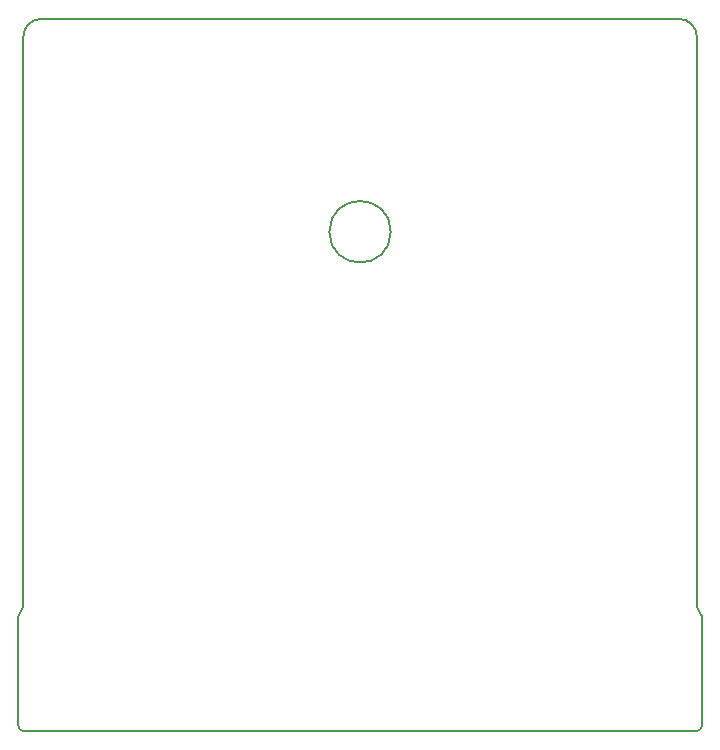
<source format=gm1>
G04 #@! TF.GenerationSoftware,KiCad,Pcbnew,7.0.10*
G04 #@! TF.CreationDate,2024-02-16T16:10:31-05:00*
G04 #@! TF.ProjectId,GW4302,47573433-3032-42e6-9b69-6361645f7063,0.1*
G04 #@! TF.SameCoordinates,Original*
G04 #@! TF.FileFunction,Profile,NP*
%FSLAX46Y46*%
G04 Gerber Fmt 4.6, Leading zero omitted, Abs format (unit mm)*
G04 Created by KiCad (PCBNEW 7.0.10) date 2024-02-16 16:10:31*
%MOMM*%
%LPD*%
G01*
G04 APERTURE LIST*
G04 #@! TA.AperFunction,Profile*
%ADD10C,0.150000*%
G04 #@! TD*
G04 APERTURE END LIST*
D10*
X160528000Y-97536000D02*
G75*
G03*
X161036000Y-97028000I0J508000D01*
G01*
X160528000Y-97536000D02*
X103632000Y-97536000D01*
X103124000Y-97028000D02*
G75*
G03*
X103632000Y-97536000I508000J0D01*
G01*
X161036000Y-87884000D02*
X161036000Y-97028000D01*
X103124000Y-87884000D02*
X103124000Y-97028000D01*
X103175044Y-87693500D02*
G75*
G03*
X103124000Y-87884000I329956J-190500D01*
G01*
X160591500Y-38735000D02*
X160591500Y-86868000D01*
X103568500Y-38735000D02*
X103568500Y-86868000D01*
X134680000Y-55245000D02*
G75*
G03*
X129480000Y-55245000I-2600000J0D01*
G01*
X129480000Y-55245000D02*
G75*
G03*
X134680000Y-55245000I2600000J0D01*
G01*
X160591500Y-86868000D02*
G75*
G03*
X160642544Y-87058500I381000J0D01*
G01*
X161036000Y-87884000D02*
G75*
G03*
X160984956Y-87693500I-381000J0D01*
G01*
X160642544Y-87058500D02*
X160984956Y-87693500D01*
X103517456Y-87058500D02*
X103175044Y-87693500D01*
X103517456Y-87058500D02*
G75*
G03*
X103568500Y-86868000I-329956J190500D01*
G01*
X105092500Y-37211000D02*
G75*
G03*
X103568500Y-38735000I0J-1524000D01*
G01*
X160591500Y-38735000D02*
G75*
G03*
X159067500Y-37211000I-1524000J0D01*
G01*
X159067500Y-37211000D02*
X105092500Y-37211000D01*
M02*

</source>
